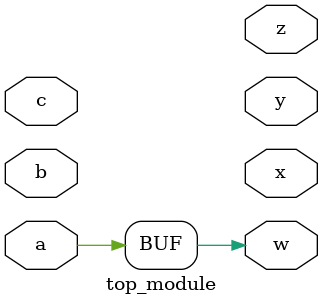
<source format=v>
module top_module( 
    input a,b,c,
    output w,x,y,z );
    assign w=a;
    
endmodule

</source>
